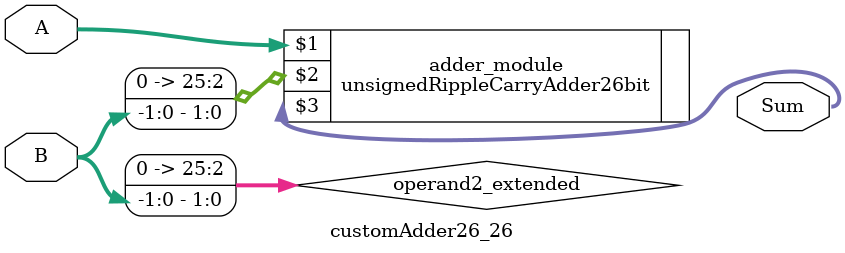
<source format=v>
module customAdder26_26(
                        input [25 : 0] A,
                        input [-1 : 0] B,
                        
                        output [26 : 0] Sum
                );

        wire [25 : 0] operand2_extended;
        
        assign operand2_extended =  {26'b0, B};
        
        unsignedRippleCarryAdder26bit adder_module(
            A,
            operand2_extended,
            Sum
        );
        
        endmodule
        
</source>
